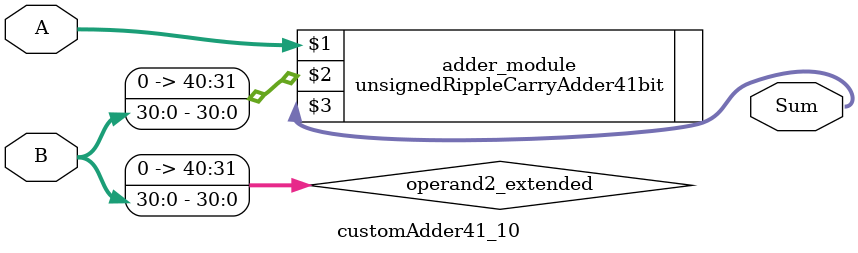
<source format=v>
module customAdder41_10(
                        input [40 : 0] A,
                        input [30 : 0] B,
                        
                        output [41 : 0] Sum
                );

        wire [40 : 0] operand2_extended;
        
        assign operand2_extended =  {10'b0, B};
        
        unsignedRippleCarryAdder41bit adder_module(
            A,
            operand2_extended,
            Sum
        );
        
        endmodule
        
</source>
